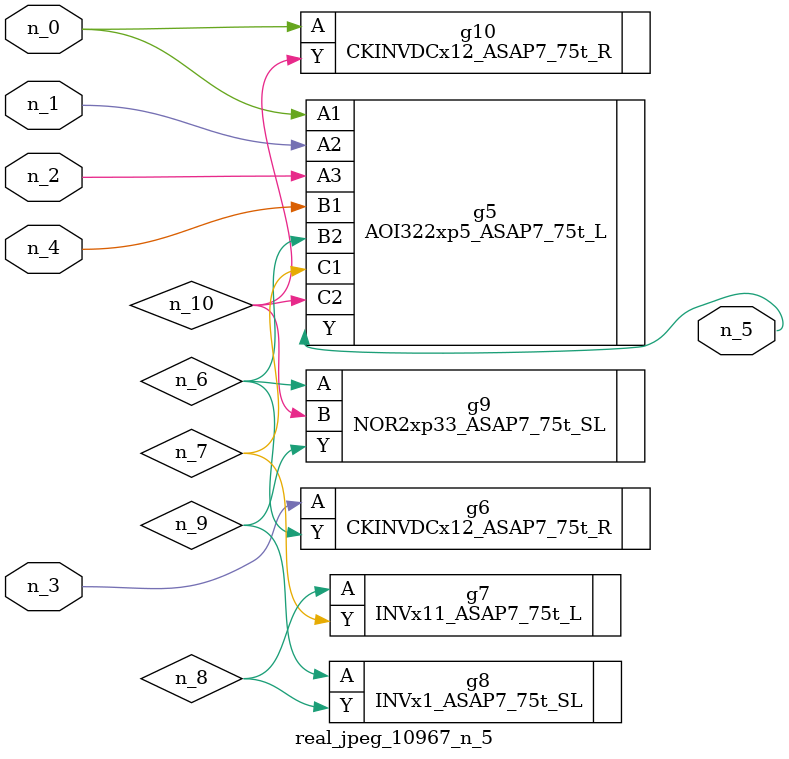
<source format=v>
module real_jpeg_10967_n_5 (n_4, n_0, n_1, n_2, n_3, n_5);

input n_4;
input n_0;
input n_1;
input n_2;
input n_3;

output n_5;

wire n_8;
wire n_6;
wire n_7;
wire n_10;
wire n_9;

AOI322xp5_ASAP7_75t_L g5 ( 
.A1(n_0),
.A2(n_1),
.A3(n_2),
.B1(n_4),
.B2(n_6),
.C1(n_7),
.C2(n_10),
.Y(n_5)
);

CKINVDCx12_ASAP7_75t_R g10 ( 
.A(n_0),
.Y(n_10)
);

CKINVDCx12_ASAP7_75t_R g6 ( 
.A(n_3),
.Y(n_6)
);

NOR2xp33_ASAP7_75t_SL g9 ( 
.A(n_6),
.B(n_10),
.Y(n_9)
);

INVx11_ASAP7_75t_L g7 ( 
.A(n_8),
.Y(n_7)
);

INVx1_ASAP7_75t_SL g8 ( 
.A(n_9),
.Y(n_8)
);


endmodule
</source>
